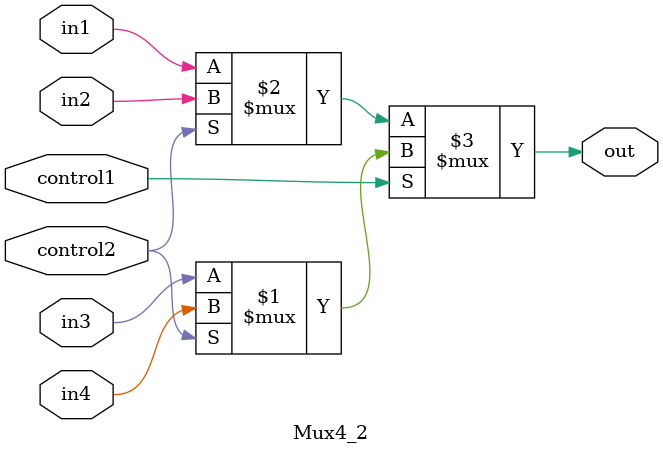
<source format=v>
module Mux4_2(out, control1, control2, in1, in2, in3, in4);
  input control1, control2, in1, in2, in3, in4;
  output out;
  assign out = control1 ? (control2 ? in4 : in3) : (control2 ? in2 : in1);
endmodule

</source>
